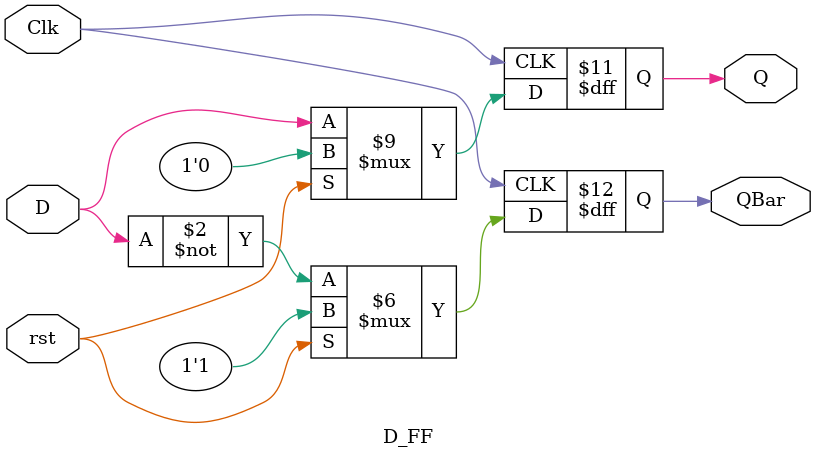
<source format=v>
module D_FF(D,rst, Clk, Q, QBar);
	
	input D;
	input Clk;
	input rst;
	output reg Q = 0;
	output reg QBar = 1;
	
	
	always@(posedge Clk)

		if (rst) begin
				Q <= 1'b0;
				QBar <= 1'b1;
			end	
			
		else begin
				Q <= D;
				QBar <= ~D;
			end
endmodule


</source>
